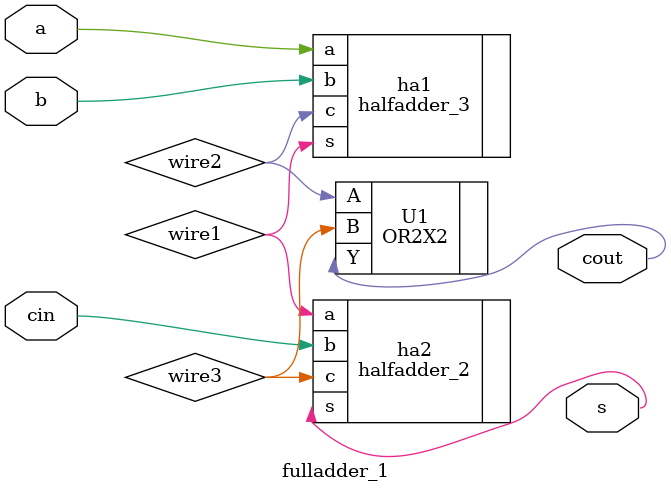
<source format=v>
module fulladder_1 ( s, cout, a, b, cin );
  input a, b, cin;
  output s, cout;
  wire   wire1, wire2, wire3;

  halfadder_3 ha1 ( .s(wire1), .c(wire2), .a(a), .b(b) );
  halfadder_2 ha2 ( .s(s), .c(wire3), .a(wire1), .b(cin) );
  OR2X2 U1 ( .A(wire2), .B(wire3), .Y(cout) );
endmodule

</source>
